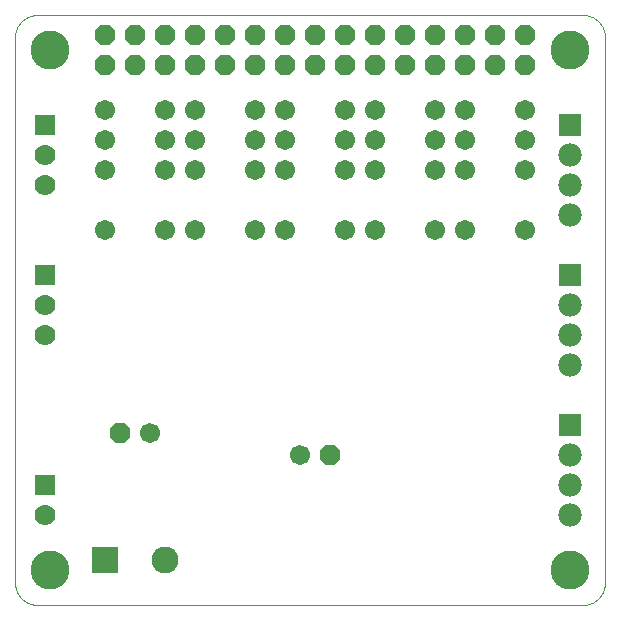
<source format=gbs>
G75*
%MOIN*%
%OFA0B0*%
%FSLAX24Y24*%
%IPPOS*%
%LPD*%
%AMOC8*
5,1,8,0,0,1.08239X$1,22.5*
%
%ADD10C,0.0000*%
%ADD11C,0.1300*%
%ADD12R,0.0780X0.0780*%
%ADD13C,0.0780*%
%ADD14R,0.0900X0.0900*%
%ADD15C,0.0900*%
%ADD16OC8,0.0670*%
%ADD17C,0.0670*%
%ADD18C,0.0674*%
%ADD19OC8,0.0680*%
%ADD20R,0.0700X0.0700*%
%ADD21C,0.0700*%
D10*
X000550Y001033D02*
X000550Y019144D01*
X000552Y019198D01*
X000557Y019251D01*
X000566Y019304D01*
X000579Y019356D01*
X000595Y019408D01*
X000615Y019458D01*
X000638Y019506D01*
X000665Y019553D01*
X000694Y019598D01*
X000727Y019641D01*
X000762Y019681D01*
X000800Y019719D01*
X000840Y019754D01*
X000883Y019787D01*
X000928Y019816D01*
X000975Y019843D01*
X001023Y019866D01*
X001073Y019886D01*
X001125Y019902D01*
X001177Y019915D01*
X001230Y019924D01*
X001283Y019929D01*
X001337Y019931D01*
X019448Y019931D01*
X019502Y019929D01*
X019555Y019924D01*
X019608Y019915D01*
X019660Y019902D01*
X019712Y019886D01*
X019762Y019866D01*
X019810Y019843D01*
X019857Y019816D01*
X019902Y019787D01*
X019945Y019754D01*
X019985Y019719D01*
X020023Y019681D01*
X020058Y019641D01*
X020091Y019598D01*
X020120Y019553D01*
X020147Y019506D01*
X020170Y019458D01*
X020190Y019408D01*
X020206Y019356D01*
X020219Y019304D01*
X020228Y019251D01*
X020233Y019198D01*
X020235Y019144D01*
X020235Y001033D01*
X020233Y000979D01*
X020228Y000926D01*
X020219Y000873D01*
X020206Y000821D01*
X020190Y000769D01*
X020170Y000719D01*
X020147Y000671D01*
X020120Y000624D01*
X020091Y000579D01*
X020058Y000536D01*
X020023Y000496D01*
X019985Y000458D01*
X019945Y000423D01*
X019902Y000390D01*
X019857Y000361D01*
X019810Y000334D01*
X019762Y000311D01*
X019712Y000291D01*
X019660Y000275D01*
X019608Y000262D01*
X019555Y000253D01*
X019502Y000248D01*
X019448Y000246D01*
X001337Y000246D01*
X001283Y000248D01*
X001230Y000253D01*
X001177Y000262D01*
X001125Y000275D01*
X001073Y000291D01*
X001023Y000311D01*
X000975Y000334D01*
X000928Y000361D01*
X000883Y000390D01*
X000840Y000423D01*
X000800Y000458D01*
X000762Y000496D01*
X000727Y000536D01*
X000694Y000579D01*
X000665Y000624D01*
X000638Y000671D01*
X000615Y000719D01*
X000595Y000769D01*
X000579Y000821D01*
X000566Y000873D01*
X000557Y000926D01*
X000552Y000979D01*
X000550Y001033D01*
D11*
X001731Y001427D03*
X019054Y001427D03*
X019054Y018750D03*
X001731Y018750D03*
D12*
X019050Y016246D03*
X019050Y011246D03*
X019050Y006246D03*
D13*
X019050Y005246D03*
X019050Y004246D03*
X019050Y003246D03*
X019050Y008246D03*
X019050Y009246D03*
X019050Y010246D03*
X019050Y013246D03*
X019050Y014246D03*
X019050Y015246D03*
D14*
X003550Y001746D03*
D15*
X005550Y001746D03*
D16*
X004050Y005996D03*
X011050Y005246D03*
D17*
X010050Y005246D03*
X005050Y005996D03*
D18*
X005550Y012746D03*
X006550Y012746D03*
X006550Y014746D03*
X006550Y015746D03*
X006550Y016746D03*
X005550Y016746D03*
X005550Y015746D03*
X005550Y014746D03*
X003550Y014746D03*
X003550Y015746D03*
X003550Y016746D03*
X003550Y012746D03*
X008550Y012746D03*
X009550Y012746D03*
X009550Y014746D03*
X009550Y015746D03*
X008550Y015746D03*
X008550Y014746D03*
X008550Y016746D03*
X009550Y016746D03*
X011550Y016746D03*
X012550Y016746D03*
X012550Y015746D03*
X012550Y014746D03*
X011550Y014746D03*
X011550Y015746D03*
X014550Y015746D03*
X014550Y014746D03*
X015550Y014746D03*
X015550Y015746D03*
X015550Y016746D03*
X014550Y016746D03*
X017550Y016746D03*
X017550Y015746D03*
X017550Y014746D03*
X017550Y012746D03*
X015550Y012746D03*
X014550Y012746D03*
X012550Y012746D03*
X011550Y012746D03*
D19*
X011550Y018246D03*
X011550Y019246D03*
X010550Y019246D03*
X009550Y019246D03*
X008550Y019246D03*
X007550Y019246D03*
X006550Y019246D03*
X005550Y019246D03*
X004550Y019246D03*
X003550Y019246D03*
X003550Y018246D03*
X004550Y018246D03*
X005550Y018246D03*
X006550Y018246D03*
X007550Y018246D03*
X008550Y018246D03*
X009550Y018246D03*
X010550Y018246D03*
X012550Y018246D03*
X012550Y019246D03*
X013550Y019246D03*
X014550Y019246D03*
X015550Y019246D03*
X016550Y019246D03*
X017550Y019246D03*
X017550Y018246D03*
X016550Y018246D03*
X015550Y018246D03*
X014550Y018246D03*
X013550Y018246D03*
D20*
X001550Y016246D03*
X001550Y011246D03*
X001550Y004246D03*
D21*
X001550Y003246D03*
X001550Y009246D03*
X001550Y010246D03*
X001550Y014246D03*
X001550Y015246D03*
M02*

</source>
